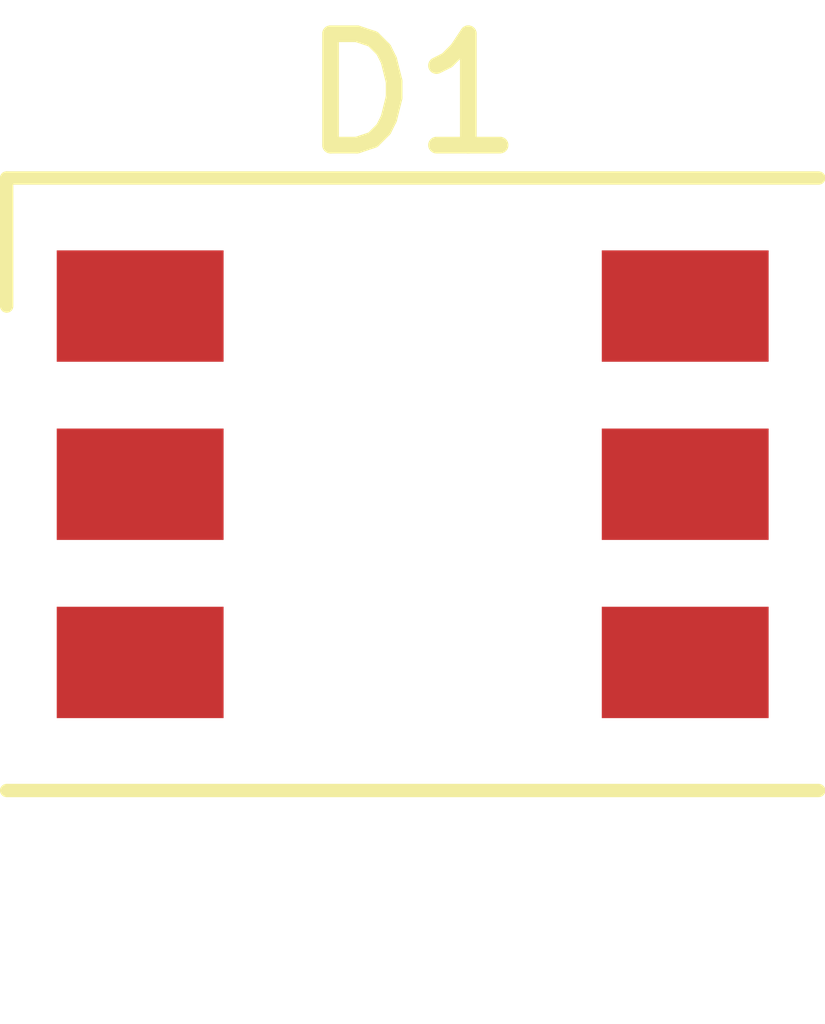
<source format=kicad_pcb>
(kicad_pcb (version 20171130) (host pcbnew "(5.1.2)-2")

  (general
    (thickness 1.6)
    (drawings 0)
    (tracks 0)
    (zones 0)
    (modules 1)
    (nets 5)
  )

  (page A4)
  (layers
    (0 F.Cu signal)
    (31 B.Cu signal)
    (32 B.Adhes user)
    (33 F.Adhes user)
    (34 B.Paste user)
    (35 F.Paste user)
    (36 B.SilkS user)
    (37 F.SilkS user)
    (38 B.Mask user)
    (39 F.Mask user)
    (40 Dwgs.User user)
    (41 Cmts.User user)
    (42 Eco1.User user)
    (43 Eco2.User user)
    (44 Edge.Cuts user)
    (45 Margin user)
    (46 B.CrtYd user)
    (47 F.CrtYd user)
    (48 B.Fab user)
    (49 F.Fab user)
  )

  (setup
    (last_trace_width 0.25)
    (trace_clearance 0.2)
    (zone_clearance 0.508)
    (zone_45_only no)
    (trace_min 0.2)
    (via_size 0.8)
    (via_drill 0.4)
    (via_min_size 0.4)
    (via_min_drill 0.3)
    (uvia_size 0.3)
    (uvia_drill 0.1)
    (uvias_allowed no)
    (uvia_min_size 0.2)
    (uvia_min_drill 0.1)
    (edge_width 0.05)
    (segment_width 0.2)
    (pcb_text_width 0.3)
    (pcb_text_size 1.5 1.5)
    (mod_edge_width 0.12)
    (mod_text_size 1 1)
    (mod_text_width 0.15)
    (pad_size 3 3)
    (pad_drill 1.5)
    (pad_to_mask_clearance 0.051)
    (solder_mask_min_width 0.25)
    (aux_axis_origin 0 0)
    (visible_elements 7FFFFFFF)
    (pcbplotparams
      (layerselection 0x010fc_ffffffff)
      (usegerberextensions false)
      (usegerberattributes false)
      (usegerberadvancedattributes false)
      (creategerberjobfile false)
      (excludeedgelayer true)
      (linewidth 0.100000)
      (plotframeref false)
      (viasonmask false)
      (mode 1)
      (useauxorigin false)
      (hpglpennumber 1)
      (hpglpenspeed 20)
      (hpglpendiameter 15.000000)
      (psnegative false)
      (psa4output false)
      (plotreference true)
      (plotvalue true)
      (plotinvisibletext false)
      (padsonsilk false)
      (subtractmaskfromsilk false)
      (outputformat 1)
      (mirror false)
      (drillshape 1)
      (scaleselection 1)
      (outputdirectory ""))
  )

  (net 0 "")
  (net 1 "Net-(D1-Pad2)")
  (net 2 "Net-(D1-Pad1)")
  (net 3 "Net-(BATTIN1-Pad1)")
  (net 4 "Net-(D1-Pad6)")

  (net_class Default "This is the default net class."
    (clearance 0.2)
    (trace_width 0.25)
    (via_dia 0.8)
    (via_drill 0.4)
    (uvia_dia 0.3)
    (uvia_drill 0.1)
    (add_net "Net-(BATTIN1-Pad1)")
    (add_net "Net-(D1-Pad1)")
    (add_net "Net-(D1-Pad2)")
    (add_net "Net-(D1-Pad4)")
    (add_net "Net-(D1-Pad5)")
    (add_net "Net-(D1-Pad6)")
    (add_net "Net-(D10-Pad4)")
    (add_net "Net-(D10-Pad5)")
    (add_net "Net-(D11-Pad4)")
    (add_net "Net-(D11-Pad5)")
    (add_net "Net-(D12-Pad1)")
    (add_net "Net-(D12-Pad4)")
    (add_net "Net-(D12-Pad5)")
    (add_net "Net-(D2-Pad4)")
    (add_net "Net-(D2-Pad5)")
    (add_net "Net-(D3-Pad4)")
    (add_net "Net-(D3-Pad5)")
    (add_net "Net-(D4-Pad4)")
    (add_net "Net-(D4-Pad5)")
    (add_net "Net-(D5-Pad4)")
    (add_net "Net-(D5-Pad5)")
    (add_net "Net-(D6-Pad4)")
    (add_net "Net-(D6-Pad5)")
    (add_net "Net-(D7-Pad4)")
    (add_net "Net-(D7-Pad5)")
    (add_net "Net-(D8-Pad4)")
    (add_net "Net-(D8-Pad5)")
    (add_net "Net-(D9-Pad4)")
    (add_net "Net-(D9-Pad5)")
  )

  (module LED_SMD:LED_WS2812_PLCC6_5.0x5.0mm_P1.6mm (layer F.Cu) (tedit 5AA4B296) (tstamp 5D11D634)
    (at 120.65 43.42)
    (descr https://cdn-shop.adafruit.com/datasheets/WS2812.pdf)
    (tags "LED RGB NeoPixel")
    (path /5D12756E)
    (attr smd)
    (fp_text reference D1 (at 0 -3.5) (layer F.SilkS)
      (effects (font (size 1 1) (thickness 0.15)))
    )
    (fp_text value WS2812 (at 0 4) (layer F.Fab)
      (effects (font (size 1 1) (thickness 0.15)))
    )
    (fp_circle (center 0 0) (end 0 -2) (layer F.Fab) (width 0.1))
    (fp_line (start -3.65 -2.75) (end 3.65 -2.75) (layer F.SilkS) (width 0.12))
    (fp_line (start -3.65 -1.6) (end -3.65 -2.75) (layer F.SilkS) (width 0.12))
    (fp_line (start -3.65 2.75) (end 3.65 2.75) (layer F.SilkS) (width 0.12))
    (fp_line (start -2.5 2.5) (end -2.5 -2.5) (layer F.Fab) (width 0.1))
    (fp_line (start 2.5 2.5) (end -2.5 2.5) (layer F.Fab) (width 0.1))
    (fp_line (start 2.5 -2.5) (end 2.5 2.5) (layer F.Fab) (width 0.1))
    (fp_line (start -2.5 -2.5) (end 2.5 -2.5) (layer F.Fab) (width 0.1))
    (fp_line (start -2.5 -1.5) (end -1.5 -2.5) (layer F.Fab) (width 0.1))
    (fp_line (start -3.45 -2.75) (end -3.45 2.75) (layer F.CrtYd) (width 0.05))
    (fp_line (start -3.45 2.75) (end 3.45 2.75) (layer F.CrtYd) (width 0.05))
    (fp_line (start 3.45 2.75) (end 3.45 -2.75) (layer F.CrtYd) (width 0.05))
    (fp_line (start 3.45 -2.75) (end -3.45 -2.75) (layer F.CrtYd) (width 0.05))
    (fp_text user %R (at 0 0) (layer F.Fab)
      (effects (font (size 0.8 0.8) (thickness 0.15)))
    )
    (pad 1 smd rect (at -2.45 -1.6) (size 1.5 1) (layers F.Cu F.Paste F.Mask)
      (net 2 "Net-(D1-Pad1)"))
    (pad 2 smd rect (at -2.45 0) (size 1.5 1) (layers F.Cu F.Paste F.Mask)
      (net 1 "Net-(D1-Pad2)"))
    (pad 3 smd rect (at -2.45 1.6) (size 1.5 1) (layers F.Cu F.Paste F.Mask)
      (net 3 "Net-(BATTIN1-Pad1)"))
    (pad 6 smd rect (at 2.45 -1.6) (size 1.5 1) (layers F.Cu F.Paste F.Mask)
      (net 4 "Net-(D1-Pad6)"))
    (pad 5 smd rect (at 2.45 0) (size 1.5 1) (layers F.Cu F.Paste F.Mask))
    (pad 4 smd rect (at 2.45 1.6) (size 1.5 1) (layers F.Cu F.Paste F.Mask))
    (model ${KISYS3DMOD}/LED_SMD.3dshapes/LED_WS2812_PLCC6_5.0x5.0mm_P1.6mm.wrl
      (at (xyz 0 0 0))
      (scale (xyz 1 1 1))
      (rotate (xyz 0 0 0))
    )
  )

)

</source>
